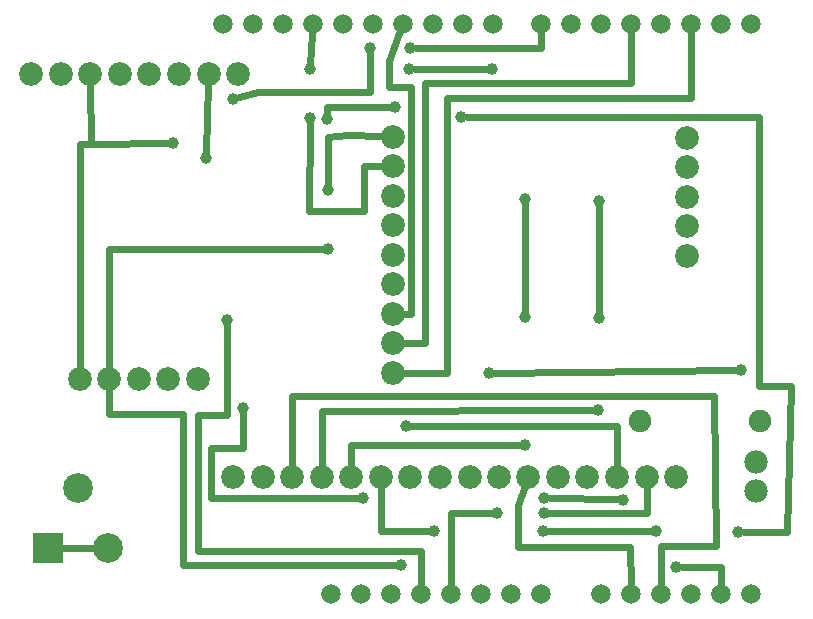
<source format=gbl>
G04 MADE WITH FRITZING*
G04 WWW.FRITZING.ORG*
G04 DOUBLE SIDED*
G04 HOLES PLATED*
G04 CONTOUR ON CENTER OF CONTOUR VECTOR*
%ASAXBY*%
%FSLAX23Y23*%
%MOIN*%
%OFA0B0*%
%SFA1.0B1.0*%
%ADD10C,0.039370*%
%ADD11C,0.099000*%
%ADD12C,0.075000*%
%ADD13C,0.079370*%
%ADD14C,0.065278*%
%ADD15C,0.078000*%
%ADD16R,0.099000X0.099000*%
%ADD17C,0.024000*%
%LNCOPPER0*%
G90*
G70*
G54D10*
X808Y724D03*
X1208Y423D03*
X1811Y423D03*
X2075Y418D03*
X2251Y194D03*
X1627Y841D03*
X2467Y849D03*
X1748Y1026D03*
X1748Y1419D03*
X1445Y313D03*
X1807Y313D03*
X2185Y313D03*
X2459Y309D03*
X1090Y1451D03*
X1090Y1254D03*
X775Y1754D03*
X1232Y1923D03*
X1366Y1923D03*
X685Y1557D03*
X1089Y1688D03*
X1315Y1726D03*
X1362Y1852D03*
X1637Y1852D03*
X1996Y1415D03*
X1994Y1025D03*
X1031Y1852D03*
X1031Y1691D03*
X1350Y663D03*
X1535Y1695D03*
X756Y1018D03*
X574Y1608D03*
X1334Y199D03*
X1653Y372D03*
X1810Y372D03*
X1992Y718D03*
X1748Y600D03*
G54D11*
X357Y258D03*
X157Y258D03*
X257Y458D03*
G54D12*
X2530Y679D03*
X2130Y679D03*
G54D13*
X263Y821D03*
X362Y821D03*
X460Y821D03*
X559Y821D03*
X657Y821D03*
X2252Y494D03*
X2153Y494D03*
X2055Y494D03*
X1956Y494D03*
X1858Y494D03*
X1759Y494D03*
X1661Y494D03*
X1563Y494D03*
X1464Y494D03*
X1366Y494D03*
X1267Y494D03*
X1169Y494D03*
X1071Y494D03*
X972Y494D03*
X874Y494D03*
X775Y494D03*
X2287Y1230D03*
X2287Y1329D03*
X2287Y1427D03*
X2287Y1526D03*
X2287Y1624D03*
X1307Y1628D03*
X1307Y1529D03*
X1307Y1431D03*
X1307Y1333D03*
X1307Y1234D03*
X1307Y1136D03*
X1307Y1037D03*
X1307Y939D03*
X1307Y840D03*
X791Y1837D03*
X693Y1837D03*
X594Y1837D03*
X496Y1837D03*
X397Y1837D03*
X299Y1837D03*
X200Y1837D03*
X102Y1837D03*
G54D14*
X2100Y102D03*
X2200Y102D03*
X2300Y102D03*
X2400Y102D03*
X2500Y102D03*
X1640Y2002D03*
X1540Y2002D03*
X1440Y2002D03*
X1340Y2002D03*
X1240Y2002D03*
X1140Y2002D03*
X1040Y2002D03*
X940Y2002D03*
X840Y2002D03*
X740Y2002D03*
X2500Y2002D03*
X2400Y2002D03*
X2300Y2002D03*
X2200Y2002D03*
X2100Y2002D03*
X2000Y2002D03*
X1900Y2002D03*
X1800Y2002D03*
X1200Y102D03*
X1100Y102D03*
X1300Y102D03*
X1400Y102D03*
X1500Y102D03*
X1600Y102D03*
X1700Y102D03*
X1800Y102D03*
X2000Y102D03*
G54D15*
X2519Y545D03*
X2519Y447D03*
G54D16*
X157Y258D03*
G54D17*
X808Y705D02*
X808Y591D01*
D02*
X808Y591D02*
X701Y591D01*
D02*
X701Y591D02*
X701Y423D01*
D02*
X701Y423D02*
X1189Y423D01*
D02*
X1830Y423D02*
X2056Y419D01*
D02*
X2270Y194D02*
X2401Y194D01*
D02*
X2401Y194D02*
X2400Y133D01*
D02*
X1646Y841D02*
X2448Y849D01*
D02*
X1748Y1045D02*
X1748Y1400D01*
D02*
X1267Y313D02*
X1426Y313D01*
D02*
X1267Y463D02*
X1267Y313D01*
D02*
X1826Y313D02*
X2166Y313D01*
D02*
X2528Y798D02*
X2528Y1695D01*
D02*
X2528Y1695D02*
X1554Y1695D01*
D02*
X2633Y798D02*
X2528Y798D01*
D02*
X2622Y309D02*
X2633Y798D01*
D02*
X2478Y309D02*
X2622Y309D01*
D02*
X1071Y1254D02*
X362Y1254D01*
D02*
X362Y1254D02*
X362Y852D01*
D02*
X1385Y1923D02*
X1801Y1924D01*
D02*
X1801Y1924D02*
X1800Y1971D01*
D02*
X858Y1777D02*
X1232Y1777D01*
D02*
X1232Y1777D02*
X1232Y1904D01*
D02*
X794Y1759D02*
X858Y1777D01*
D02*
X1089Y1726D02*
X1296Y1726D01*
D02*
X1381Y1852D02*
X1618Y1852D01*
D02*
X1089Y1707D02*
X1089Y1726D01*
D02*
X692Y1806D02*
X685Y1576D01*
D02*
X263Y1603D02*
X300Y1603D01*
D02*
X263Y852D02*
X263Y1603D01*
D02*
X1329Y1973D02*
X1295Y1881D01*
D02*
X1295Y1881D02*
X1295Y1793D01*
D02*
X1369Y1793D02*
X1369Y1037D01*
D02*
X1295Y1793D02*
X1369Y1793D01*
D02*
X1369Y1037D02*
X1338Y1037D01*
D02*
X1726Y401D02*
X1749Y465D01*
D02*
X1726Y261D02*
X1726Y401D01*
D02*
X2099Y261D02*
X1726Y261D01*
D02*
X2100Y133D02*
X2099Y261D01*
D02*
X2101Y1806D02*
X1416Y1806D01*
D02*
X2100Y1971D02*
X2101Y1806D01*
D02*
X1416Y1806D02*
X1416Y939D01*
D02*
X1416Y939D02*
X1338Y939D01*
D02*
X2301Y1757D02*
X1487Y1757D01*
D02*
X2300Y1971D02*
X2301Y1757D01*
D02*
X1487Y1757D02*
X1487Y840D01*
D02*
X1487Y840D02*
X1338Y840D01*
D02*
X1369Y663D02*
X2055Y663D01*
D02*
X2055Y663D02*
X2055Y525D01*
D02*
X2200Y263D02*
X2383Y263D01*
D02*
X2200Y133D02*
X2200Y263D01*
D02*
X2383Y263D02*
X2377Y763D01*
D02*
X2377Y763D02*
X972Y763D01*
D02*
X972Y763D02*
X972Y525D01*
D02*
X1400Y133D02*
X1401Y248D01*
D02*
X1401Y248D02*
X658Y248D01*
D02*
X658Y248D02*
X658Y699D01*
D02*
X756Y699D02*
X756Y999D01*
D02*
X658Y699D02*
X756Y699D01*
D02*
X326Y258D02*
X189Y258D01*
D02*
X1212Y1529D02*
X1212Y1381D01*
D02*
X1212Y1381D02*
X1027Y1379D01*
D02*
X1276Y1529D02*
X1212Y1529D01*
D02*
X1032Y1871D02*
X1038Y1971D01*
D02*
X1027Y1379D02*
X1031Y1672D01*
D02*
X299Y1806D02*
X300Y1603D01*
D02*
X300Y1603D02*
X555Y1608D01*
D02*
X1090Y1628D02*
X1090Y1470D01*
D02*
X1155Y1635D02*
X1090Y1628D01*
D02*
X1276Y1629D02*
X1155Y1635D01*
D02*
X607Y199D02*
X1315Y199D01*
D02*
X607Y703D02*
X607Y199D01*
D02*
X362Y703D02*
X607Y703D01*
D02*
X362Y790D02*
X362Y703D01*
D02*
X1501Y372D02*
X1500Y133D01*
D02*
X1634Y372D02*
X1501Y372D01*
D02*
X2153Y372D02*
X1829Y372D01*
D02*
X2153Y463D02*
X2153Y372D01*
D02*
X1995Y1044D02*
X1996Y1396D01*
D02*
X1071Y714D02*
X1973Y718D01*
D02*
X1071Y525D02*
X1071Y714D01*
D02*
X1169Y600D02*
X1729Y600D01*
D02*
X1169Y525D02*
X1169Y600D01*
G04 End of Copper0*
M02*
</source>
